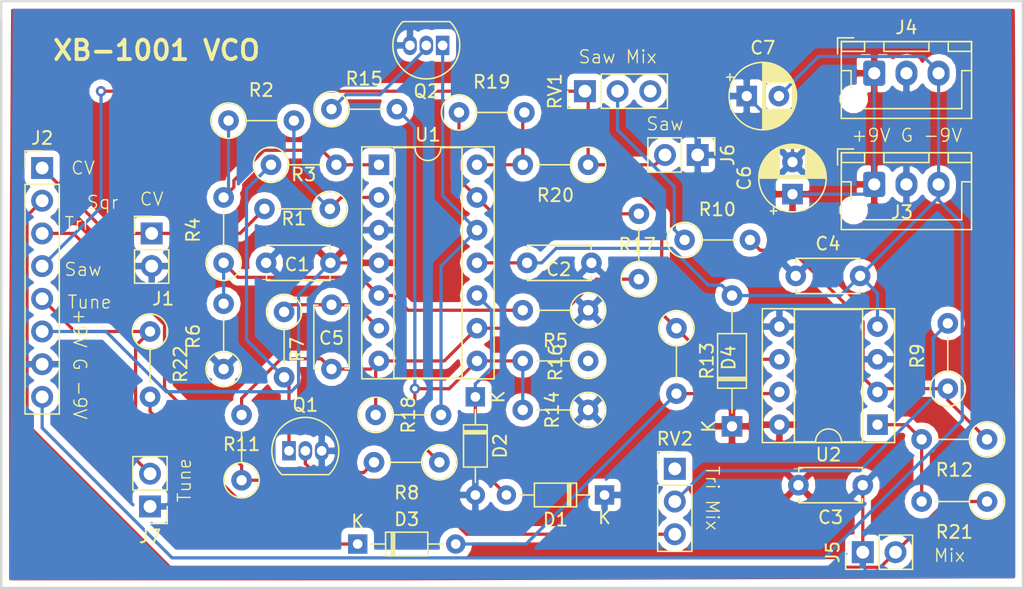
<source format=kicad_pcb>
(kicad_pcb (version 20171130) (host pcbnew "(5.0.1)-rc2")
  (layers (0 F.Cu signal) (31 B.Cu signal) (34 B.Paste user) (35 F.Paste user) (36 B.SilkS user) (37 F.SilkS user) (38 B.Mask user) (39 F.Mask user) (44 Edge.Cuts user))
  (net 0 "")
  (net 1 GND)
  (net 2 +9V)
  (net 3 -9V)
  (net 4 "Net-(C5-Pad1)")
  (net 5 "Net-(C5-Pad2)")
  (net 6 "Net-(D1-Pad2)")
  (net 7 "Net-(D3-Pad2)")
  (net 8 TuneOut)
  (net 9 CV_In)
  (net 10 SubSqrOut)
  (net 11 SubTriOut)
  (net 12 SawOut)
  (net 13 "Net-(Q1-Pad1)")
  (net 14 "Net-(Q1-Pad2)")
  (net 15 "Net-(Q2-Pad2)")
  (net 16 "Net-(Q2-Pad1)")
  (net 17 "Net-(R1-Pad1)")
  (net 18 "Net-(R2-Pad1)")
  (net 19 "Net-(R4-Pad1)")
  (net 20 "Net-(R14-Pad2)")
  (net 21 "Net-(R9-Pad2)")
  (net 22 "Net-(R10-Pad2)")
  (net 23 "Net-(R10-Pad1)")
  (net 24 MixOut)
  (net 25 "Net-(R17-Pad2)")
  (net 26 "Net-(R19-Pad2)")
  (net 27 "Net-(RV1-Pad3)")
  (net 28 "Net-(RV2-Pad1)")
  (net 29 "Net-(R12-Pad2)")
  (net 30 "Net-(D3-Pad1)")
  (module Capacitor_THT:CP_Radial_D5.0mm_P2.50mm (layer F.Cu) (at 164.846 35.306 90)
    (fp_text reference C6 (at 1.25 -3.75 90) (layer F.SilkS))
    (fp_text value CP)
    (pad 2 thru_hole circle (at 2.5 0 90) (size 1.6 1.6) (drill 0.8) (layers *.Cu *.Mask) (net 1 GND))
    (pad 1 thru_hole rect (at 0 0 90) (size 1.6 1.6) (drill 0.8) (layers *.Cu *.Mask) (net 2 +9V))
  )
  (module Capacitor_THT:CP_Radial_D5.0mm_P2.50mm (layer F.Cu) (at 161.29 27.686)
    (fp_text reference C7 (at 1.25 -3.75) (layer F.SilkS))
    (fp_text value CP)
    (pad 1 thru_hole rect (at 0 0) (size 1.6 1.6) (drill 0.8) (layers *.Cu *.Mask) (net 1 GND))
    (pad 2 thru_hole circle (at 2.5 0) (size 1.6 1.6) (drill 0.8) (layers *.Cu *.Mask) (net 3 -9V))
  )
  (module Capacitor_THT:C_Disc_D4.7mm_W2.5mm_P5.00mm (layer F.Cu) (at 123.952 40.64)
    (fp_text reference C1 (at 2.413 0.127) (layer F.SilkS))
    (fp_text value 100nF)
    (pad 1 thru_hole circle (at 0 0) (size 1.6 1.6) (drill 0.8) (layers *.Cu *.Mask) (net 1 GND))
    (pad 2 thru_hole circle (at 5 0) (size 1.6 1.6) (drill 0.8) (layers *.Cu *.Mask) (net 2 +9V))
  )
  (module Capacitor_THT:C_Disc_D4.7mm_W2.5mm_P5.00mm (layer F.Cu) (at 149.225 40.64 180)
    (fp_text reference C2 (at 2.54 -0.508 180) (layer F.SilkS))
    (fp_text value 100nF)
    (pad 2 thru_hole circle (at 5 0 180) (size 1.6 1.6) (drill 0.8) (layers *.Cu *.Mask) (net 3 -9V))
    (pad 1 thru_hole circle (at 0 0 180) (size 1.6 1.6) (drill 0.8) (layers *.Cu *.Mask) (net 1 GND))
  )
  (module Capacitor_THT:C_Disc_D4.7mm_W2.5mm_P5.00mm (layer F.Cu) (at 170.307 57.912 180)
    (fp_text reference C3 (at 2.5 -2.5 180) (layer F.SilkS))
    (fp_text value 100nF)
    (pad 1 thru_hole circle (at 0 0 180) (size 1.6 1.6) (drill 0.8) (layers *.Cu *.Mask) (net 1 GND))
    (pad 2 thru_hole circle (at 5 0 180) (size 1.6 1.6) (drill 0.8) (layers *.Cu *.Mask) (net 2 +9V))
  )
  (module Capacitor_THT:C_Disc_D4.7mm_W2.5mm_P5.00mm (layer F.Cu) (at 165.1 41.656)
    (fp_text reference C4 (at 2.5 -2.5) (layer F.SilkS))
    (fp_text value 100nF)
    (pad 2 thru_hole circle (at 5 0) (size 1.6 1.6) (drill 0.8) (layers *.Cu *.Mask) (net 3 -9V))
    (pad 1 thru_hole circle (at 0 0) (size 1.6 1.6) (drill 0.8) (layers *.Cu *.Mask) (net 1 GND))
  )
  (module Capacitor_THT:C_Disc_D4.7mm_W2.5mm_P5.00mm (layer F.Cu) (at 129.032 48.895 90)
    (fp_text reference C5 (at 2.413 0 180) (layer F.SilkS))
    (fp_text value 47nF)
    (pad 1 thru_hole circle (at 0 0 90) (size 1.6 1.6) (drill 0.8) (layers *.Cu *.Mask) (net 4 "Net-(C5-Pad1)"))
    (pad 2 thru_hole circle (at 5 0 90) (size 1.6 1.6) (drill 0.8) (layers *.Cu *.Mask) (net 5 "Net-(C5-Pad2)"))
  )
  (module Connector_JST:JST_XH_B03B-XH-AM_1x03_P2.50mm_Vertical (layer F.Cu) (at 171.196 25.908)
    (fp_text reference J4 (at 2.5 -3.55) (layer F.SilkS))
    (fp_text value "Power B")
    (pad "" np_thru_hole circle (at -1.6 2) (size 1.2 1.2) (drill 1.2) (layers *.Cu *.Mask))
    (pad 3 thru_hole oval (at 5 0) (size 1.7 1.95) (drill 0.95) (layers *.Cu *.Mask) (net 3 -9V))
    (pad 2 thru_hole oval (at 2.5 0) (size 1.7 1.95) (drill 0.95) (layers *.Cu *.Mask) (net 1 GND))
    (pad 1 thru_hole roundrect (at 0 0) (size 1.7 1.95) (drill 0.95) (layers *.Cu *.Mask) (roundrect_rratio 0.147059) (net 2 +9V))
  )
  (module Connector_JST:JST_XH_B03B-XH-AM_1x03_P2.50mm_Vertical (layer F.Cu) (at 171.196 34.544)
    (fp_text reference J3 (at 2.159 2.159) (layer F.SilkS))
    (fp_text value "Power A")
    (pad 1 thru_hole roundrect (at 0 0) (size 1.7 1.95) (drill 0.95) (layers *.Cu *.Mask) (roundrect_rratio 0.147059) (net 2 +9V))
    (pad 2 thru_hole oval (at 2.5 0) (size 1.7 1.95) (drill 0.95) (layers *.Cu *.Mask) (net 1 GND))
    (pad 3 thru_hole oval (at 5 0) (size 1.7 1.95) (drill 0.95) (layers *.Cu *.Mask) (net 3 -9V))
    (pad "" np_thru_hole circle (at -1.6 2) (size 1.2 1.2) (drill 1.2) (layers *.Cu *.Mask))
  )
  (module Connector_PinHeader_2.54mm:PinHeader_1x02_P2.54mm_Vertical (layer F.Cu) (at 115.062 38.354)
    (fp_text reference J1 (at 0.889 5.08) (layer F.SilkS))
    (fp_text value "CV Input")
    (pad 2 thru_hole oval (at 0 2.54) (size 1.7 1.7) (drill 1) (layers *.Cu *.Mask) (net 1 GND))
    (pad 1 thru_hole rect (at 0 0) (size 1.7 1.7) (drill 1) (layers *.Cu *.Mask) (net 9 CV_In))
  )
  (module Connector_PinHeader_2.54mm:PinHeader_1x02_P2.54mm_Vertical (layer F.Cu) (at 170.307 63.119 90)
    (fp_text reference J5 (at 0 -2.33 90) (layer F.SilkS))
    (fp_text value "Mix Out")
    (pad 1 thru_hole rect (at 0 0 90) (size 1.7 1.7) (drill 1) (layers *.Cu *.Mask) (net 1 GND))
    (pad 2 thru_hole oval (at 0 2.54 90) (size 1.7 1.7) (drill 1) (layers *.Cu *.Mask) (net 24 MixOut))
  )
  (module Connector_PinHeader_2.54mm:PinHeader_1x02_P2.54mm_Vertical (layer F.Cu) (at 157.48 32.258 270)
    (fp_text reference J6 (at 0 -2.33 270) (layer F.SilkS))
    (fp_text value "Saw Out")
    (pad 2 thru_hole oval (at 0 2.54 270) (size 1.7 1.7) (drill 1) (layers *.Cu *.Mask) (net 12 SawOut))
    (pad 1 thru_hole rect (at 0 0 270) (size 1.7 1.7) (drill 1) (layers *.Cu *.Mask) (net 1 GND))
  )
  (module Connector_PinHeader_2.54mm:PinHeader_1x02_P2.54mm_Vertical (layer F.Cu) (at 114.935 59.563 180)
    (fp_text reference J7 (at 0 -2.33 180) (layer F.SilkS))
    (fp_text value "Tune Out")
    (pad 1 thru_hole rect (at 0 0 180) (size 1.7 1.7) (drill 1) (layers *.Cu *.Mask) (net 1 GND))
    (pad 2 thru_hole oval (at 0 2.54 180) (size 1.7 1.7) (drill 1) (layers *.Cu *.Mask) (net 8 TuneOut))
  )
  (module Connector_PinHeader_2.54mm:PinHeader_1x03_P2.54mm_Vertical (layer F.Cu) (at 148.717 27.305 90)
    (fp_text reference RV1 (at 0 -2.33 90) (layer F.SilkS))
    (fp_text value 100K)
    (pad 3 thru_hole oval (at 0 5.08 90) (size 1.7 1.7) (drill 1) (layers *.Cu *.Mask) (net 27 "Net-(RV1-Pad3)"))
    (pad 2 thru_hole oval (at 0 2.54 90) (size 1.7 1.7) (drill 1) (layers *.Cu *.Mask) (net 23 "Net-(R10-Pad1)"))
    (pad 1 thru_hole rect (at 0 0 90) (size 1.7 1.7) (drill 1) (layers *.Cu *.Mask) (net 12 SawOut))
  )
  (module Connector_PinHeader_2.54mm:PinHeader_1x03_P2.54mm_Vertical (layer F.Cu) (at 155.702 56.642)
    (fp_text reference RV2 (at 0 -2.33) (layer F.SilkS))
    (fp_text value 100K)
    (pad 1 thru_hole rect (at 0 0) (size 1.7 1.7) (drill 1) (layers *.Cu *.Mask) (net 28 "Net-(RV2-Pad1)"))
    (pad 2 thru_hole oval (at 0 2.54) (size 1.7 1.7) (drill 1) (layers *.Cu *.Mask) (net 21 "Net-(R9-Pad2)"))
    (pad 3 thru_hole oval (at 0 5.08) (size 1.7 1.7) (drill 1) (layers *.Cu *.Mask) (net 11 SubTriOut))
  )
  (module Connector_PinHeader_2.54mm:PinHeader_1x08_P2.54mm_Vertical (layer F.Cu) (at 106.553 33.274)
    (fp_text reference J2 (at 0 -2.33) (layer F.SilkS))
    (fp_text value "Test Points")
    (pad 1 thru_hole rect (at 0 0) (size 1.7 1.7) (drill 1) (layers *.Cu *.Mask) (net 9 CV_In))
    (pad 2 thru_hole oval (at 0 2.54) (size 1.7 1.7) (drill 1) (layers *.Cu *.Mask) (net 24 MixOut))
    (pad 3 thru_hole oval (at 0 5.08) (size 1.7 1.7) (drill 1) (layers *.Cu *.Mask) (net 11 SubTriOut))
    (pad 4 thru_hole oval (at 0 7.62) (size 1.7 1.7) (drill 1) (layers *.Cu *.Mask) (net 12 SawOut))
    (pad 5 thru_hole oval (at 0 10.16) (size 1.7 1.7) (drill 1) (layers *.Cu *.Mask) (net 8 TuneOut))
    (pad 6 thru_hole oval (at 0 12.7) (size 1.7 1.7) (drill 1) (layers *.Cu *.Mask) (net 2 +9V))
    (pad 7 thru_hole oval (at 0 15.24) (size 1.7 1.7) (drill 1) (layers *.Cu *.Mask) (net 1 GND))
    (pad 8 thru_hole oval (at 0 17.78) (size 1.7 1.7) (drill 1) (layers *.Cu *.Mask) (net 3 -9V))
  )
  (module Diode_THT:D_DO-34_SOD68_P7.62mm_Horizontal (layer F.Cu) (at 131.064 62.484)
    (fp_text reference D3 (at 3.81 -1.92) (layer F.SilkS))
    (fp_text value 1N4148)
    (fp_text user K (at 0 -1.75) (layer F.SilkS))
    (pad 1 thru_hole rect (at 0 0) (size 1.5 1.5) (drill 0.75) (layers *.Cu *.Mask) (net 30 "Net-(D3-Pad1)"))
    (pad 2 thru_hole oval (at 7.62 0) (size 1.5 1.5) (drill 0.75) (layers *.Cu *.Mask) (net 7 "Net-(D3-Pad2)"))
  )
  (module Diode_THT:D_DO-34_SOD68_P7.62mm_Horizontal (layer F.Cu) (at 140.208 51.054 270)
    (fp_text reference D2 (at 3.81 -1.92 270) (layer F.SilkS))
    (fp_text value 1N4148)
    (fp_text user K (at 0 -1.75 270) (layer F.SilkS))
    (pad 2 thru_hole oval (at 7.62 0 270) (size 1.5 1.5) (drill 0.75) (layers *.Cu *.Mask) (net 1 GND))
    (pad 1 thru_hole rect (at 0 0 270) (size 1.5 1.5) (drill 0.75) (layers *.Cu *.Mask) (net 6 "Net-(D1-Pad2)"))
  )
  (module Diode_THT:D_DO-34_SOD68_P7.62mm_Horizontal (layer F.Cu) (at 150.241 58.674 180)
    (fp_text reference D1 (at 3.81 -1.92 180) (layer F.SilkS))
    (fp_text value 1N4148)
    (fp_text user K (at 0 -1.75 180) (layer F.SilkS))
    (pad 1 thru_hole rect (at 0 0 180) (size 1.5 1.5) (drill 0.75) (layers *.Cu *.Mask) (net 1 GND))
    (pad 2 thru_hole oval (at 7.62 0 180) (size 1.5 1.5) (drill 0.75) (layers *.Cu *.Mask) (net 6 "Net-(D1-Pad2)"))
  )
  (module Diode_THT:D_DO-35_SOD27_P10.16mm_Horizontal (layer F.Cu) (at 160.147 53.34 90)
    (fp_text reference D4 (at 5.334 -0.254 90) (layer F.SilkS))
    (fp_text value 1N4001)
    (fp_text user K (at 0 -1.8 90) (layer F.SilkS))
    (pad 1 thru_hole rect (at 0 0 90) (size 1.6 1.6) (drill 0.8) (layers *.Cu *.Mask) (net 2 +9V))
    (pad 2 thru_hole oval (at 10.16 0 90) (size 1.6 1.6) (drill 0.8) (layers *.Cu *.Mask) (net 3 -9V))
  )
  (module Package_DIP:DIP-14_W7.62mm_Socket (layer F.Cu) (at 132.715 33.02)
    (fp_text reference U1 (at 3.81 -2.33) (layer F.SilkS))
    (fp_text value LM324)
    (pad 1 thru_hole rect (at 0 0) (size 1.6 1.6) (drill 0.8) (layers *.Cu *.Mask) (net 18 "Net-(R2-Pad1)"))
    (pad 8 thru_hole oval (at 7.62 15.24) (size 1.6 1.6) (drill 0.8) (layers *.Cu *.Mask) (net 20 "Net-(R14-Pad2)"))
    (pad 2 thru_hole oval (at 0 2.54) (size 1.6 1.6) (drill 0.8) (layers *.Cu *.Mask) (net 17 "Net-(R1-Pad1)"))
    (pad 9 thru_hole oval (at 7.62 12.7) (size 1.6 1.6) (drill 0.8) (layers *.Cu *.Mask) (net 4 "Net-(C5-Pad1)"))
    (pad 3 thru_hole oval (at 0 5.08) (size 1.6 1.6) (drill 0.8) (layers *.Cu *.Mask) (net 1 GND))
    (pad 10 thru_hole oval (at 7.62 10.16) (size 1.6 1.6) (drill 0.8) (layers *.Cu *.Mask) (net 6 "Net-(D1-Pad2)"))
    (pad 4 thru_hole oval (at 0 7.62) (size 1.6 1.6) (drill 0.8) (layers *.Cu *.Mask) (net 2 +9V))
    (pad 11 thru_hole oval (at 7.62 7.62) (size 1.6 1.6) (drill 0.8) (layers *.Cu *.Mask) (net 3 -9V))
    (pad 5 thru_hole oval (at 0 10.16) (size 1.6 1.6) (drill 0.8) (layers *.Cu *.Mask) (net 19 "Net-(R4-Pad1)"))
    (pad 12 thru_hole oval (at 7.62 5.08) (size 1.6 1.6) (drill 0.8) (layers *.Cu *.Mask) (net 16 "Net-(Q2-Pad1)"))
    (pad 6 thru_hole oval (at 0 12.7) (size 1.6 1.6) (drill 0.8) (layers *.Cu *.Mask) (net 5 "Net-(C5-Pad2)"))
    (pad 13 thru_hole oval (at 7.62 2.54) (size 1.6 1.6) (drill 0.8) (layers *.Cu *.Mask) (net 25 "Net-(R17-Pad2)"))
    (pad 7 thru_hole oval (at 0 15.24) (size 1.6 1.6) (drill 0.8) (layers *.Cu *.Mask) (net 4 "Net-(C5-Pad1)"))
    (pad 14 thru_hole oval (at 7.62 0) (size 1.6 1.6) (drill 0.8) (layers *.Cu *.Mask) (net 26 "Net-(R19-Pad2)"))
  )
  (module Package_DIP:DIP-8_W7.62mm_Socket (layer F.Cu) (at 171.45 53.213 180)
    (fp_text reference U2 (at 3.81 -2.33 180) (layer F.SilkS))
    (fp_text value TL072)
    (pad 1 thru_hole rect (at 0 0 180) (size 1.6 1.6) (drill 0.8) (layers *.Cu *.Mask) (net 29 "Net-(R12-Pad2)"))
    (pad 5 thru_hole oval (at 7.62 7.62 180) (size 1.6 1.6) (drill 0.8) (layers *.Cu *.Mask) (net 1 GND))
    (pad 2 thru_hole oval (at 0 2.54 180) (size 1.6 1.6) (drill 0.8) (layers *.Cu *.Mask) (net 22 "Net-(R10-Pad2)"))
    (pad 6 thru_hole oval (at 7.62 5.08 180) (size 1.6 1.6) (drill 0.8) (layers *.Cu *.Mask) (net 12 SawOut))
    (pad 3 thru_hole oval (at 0 5.08 180) (size 1.6 1.6) (drill 0.8) (layers *.Cu *.Mask) (net 1 GND))
    (pad 7 thru_hole oval (at 7.62 2.54 180) (size 1.6 1.6) (drill 0.8) (layers *.Cu *.Mask) (net 7 "Net-(D3-Pad2)"))
    (pad 4 thru_hole oval (at 0 7.62 180) (size 1.6 1.6) (drill 0.8) (layers *.Cu *.Mask) (net 3 -9V))
    (pad 8 thru_hole oval (at 7.62 0 180) (size 1.6 1.6) (drill 0.8) (layers *.Cu *.Mask) (net 2 +9V))
  )
  (module Package_TO_SOT_THT:TO-92_Inline (layer F.Cu) (at 137.668 23.749 180)
    (fp_text reference Q2 (at 1.27 -3.56 180) (layer F.SilkS))
    (fp_text value BC549)
    (pad 1 thru_hole rect (at 0 0 180) (size 1.05 1.5) (drill 0.75) (layers *.Cu *.Mask) (net 16 "Net-(Q2-Pad1)"))
    (pad 3 thru_hole oval (at 2.54 0 180) (size 1.05 1.5) (drill 0.75) (layers *.Cu *.Mask) (net 1 GND))
    (pad 2 thru_hole oval (at 1.27 0 180) (size 1.05 1.5) (drill 0.75) (layers *.Cu *.Mask) (net 15 "Net-(Q2-Pad2)"))
  )
  (module Package_TO_SOT_THT:TO-92_Inline (layer F.Cu) (at 125.73 55.245)
    (fp_text reference Q1 (at 1.27 -3.56) (layer F.SilkS))
    (fp_text value BC559)
    (pad 2 thru_hole oval (at 1.27 0) (size 1.05 1.5) (drill 0.75) (layers *.Cu *.Mask) (net 14 "Net-(Q1-Pad2)"))
    (pad 3 thru_hole oval (at 2.54 0) (size 1.05 1.5) (drill 0.75) (layers *.Cu *.Mask) (net 1 GND))
    (pad 1 thru_hole rect (at 0 0) (size 1.05 1.5) (drill 0.75) (layers *.Cu *.Mask) (net 13 "Net-(Q1-Pad1)"))
  )
  (module Resistor_THT:R_Axial_DIN0207_L6.3mm_D2.5mm_P5.08mm_Vertical (layer F.Cu) (at 122.047 57.531 90)
    (fp_text reference R11 (at 2.794 0 180) (layer F.SilkS))
    (fp_text value 1K)
    (pad 2 thru_hole oval (at 5.08 0 90) (size 1.6 1.6) (drill 0.8) (layers *.Cu *.Mask) (net 4 "Net-(C5-Pad1)"))
    (pad 1 thru_hole circle (at 0 0 90) (size 1.6 1.6) (drill 0.8) (layers *.Cu *.Mask) (net 11 SubTriOut))
  )
  (module Resistor_THT:R_Axial_DIN0207_L6.3mm_D2.5mm_P5.08mm_Vertical (layer F.Cu) (at 114.935 45.974 270)
    (fp_text reference R22 (at 2.54 -2.37 270) (layer F.SilkS))
    (fp_text value 1K)
    (pad 1 thru_hole circle (at 0 0 270) (size 1.6 1.6) (drill 0.8) (layers *.Cu *.Mask) (net 8 TuneOut))
    (pad 2 thru_hole oval (at 5.08 0 270) (size 1.6 1.6) (drill 0.8) (layers *.Cu *.Mask) (net 30 "Net-(D3-Pad1)"))
  )
  (module Resistor_THT:R_Axial_DIN0207_L6.3mm_D2.5mm_P5.08mm_Vertical (layer F.Cu) (at 179.959 59.182 180)
    (fp_text reference R21 (at 2.54 -2.37 180) (layer F.SilkS))
    (fp_text value 1K)
    (pad 2 thru_hole oval (at 5.08 0 180) (size 1.6 1.6) (drill 0.8) (layers *.Cu *.Mask) (net 29 "Net-(R12-Pad2)"))
    (pad 1 thru_hole circle (at 0 0 180) (size 1.6 1.6) (drill 0.8) (layers *.Cu *.Mask) (net 24 MixOut))
  )
  (module Resistor_THT:R_Axial_DIN0207_L6.3mm_D2.5mm_P5.08mm_Vertical (layer F.Cu) (at 148.971 33.02 180)
    (fp_text reference R20 (at 2.54 -2.37 180) (layer F.SilkS))
    (fp_text value 1K)
    (pad 1 thru_hole circle (at 0 0 180) (size 1.6 1.6) (drill 0.8) (layers *.Cu *.Mask) (net 12 SawOut))
    (pad 2 thru_hole oval (at 5.08 0 180) (size 1.6 1.6) (drill 0.8) (layers *.Cu *.Mask) (net 26 "Net-(R19-Pad2)"))
  )
  (module Resistor_THT:R_Axial_DIN0207_L6.3mm_D2.5mm_P5.08mm_Vertical (layer F.Cu) (at 138.938 28.956)
    (fp_text reference R19 (at 2.54 -2.37) (layer F.SilkS))
    (fp_text value 100K)
    (pad 2 thru_hole oval (at 5.08 0) (size 1.6 1.6) (drill 0.8) (layers *.Cu *.Mask) (net 26 "Net-(R19-Pad2)"))
    (pad 1 thru_hole circle (at 0 0) (size 1.6 1.6) (drill 0.8) (layers *.Cu *.Mask) (net 25 "Net-(R17-Pad2)"))
  )
  (module Resistor_THT:R_Axial_DIN0207_L6.3mm_D2.5mm_P5.08mm_Vertical (layer F.Cu) (at 132.461 52.451)
    (fp_text reference R18 (at 2.54 0 90) (layer F.SilkS))
    (fp_text value 100K)
    (pad 1 thru_hole circle (at 0 0) (size 1.6 1.6) (drill 0.8) (layers *.Cu *.Mask) (net 4 "Net-(C5-Pad1)"))
    (pad 2 thru_hole oval (at 5.08 0) (size 1.6 1.6) (drill 0.8) (layers *.Cu *.Mask) (net 16 "Net-(Q2-Pad1)"))
  )
  (module Resistor_THT:R_Axial_DIN0207_L6.3mm_D2.5mm_P5.08mm_Vertical (layer F.Cu) (at 152.908 41.91 90)
    (fp_text reference R17 (at 2.667 -0.127 180) (layer F.SilkS))
    (fp_text value 100K)
    (pad 2 thru_hole oval (at 5.08 0 90) (size 1.6 1.6) (drill 0.8) (layers *.Cu *.Mask) (net 25 "Net-(R17-Pad2)"))
    (pad 1 thru_hole circle (at 0 0 90) (size 1.6 1.6) (drill 0.8) (layers *.Cu *.Mask) (net 4 "Net-(C5-Pad1)"))
  )
  (module Resistor_THT:R_Axial_DIN0207_L6.3mm_D2.5mm_P5.08mm_Vertical (layer F.Cu) (at 148.971 48.26 180)
    (fp_text reference R16 (at 2.54 -0.127 270) (layer F.SilkS))
    (fp_text value 1K)
    (pad 1 thru_hole circle (at 0 0 180) (size 1.6 1.6) (drill 0.8) (layers *.Cu *.Mask) (net 10 SubSqrOut))
    (pad 2 thru_hole oval (at 5.08 0 180) (size 1.6 1.6) (drill 0.8) (layers *.Cu *.Mask) (net 20 "Net-(R14-Pad2)"))
  )
  (module Resistor_THT:R_Axial_DIN0207_L6.3mm_D2.5mm_P5.08mm_Vertical (layer F.Cu) (at 129.032 28.702)
    (fp_text reference R15 (at 2.54 -2.37) (layer F.SilkS))
    (fp_text value 22K)
    (pad 2 thru_hole oval (at 5.08 0) (size 1.6 1.6) (drill 0.8) (layers *.Cu *.Mask) (net 20 "Net-(R14-Pad2)"))
    (pad 1 thru_hole circle (at 0 0) (size 1.6 1.6) (drill 0.8) (layers *.Cu *.Mask) (net 15 "Net-(Q2-Pad2)"))
  )
  (module Resistor_THT:R_Axial_DIN0207_L6.3mm_D2.5mm_P5.08mm_Vertical (layer F.Cu) (at 148.971 52.07 180)
    (fp_text reference R14 (at 2.794 0 270) (layer F.SilkS))
    (fp_text value 100K)
    (pad 1 thru_hole circle (at 0 0 180) (size 1.6 1.6) (drill 0.8) (layers *.Cu *.Mask) (net 1 GND))
    (pad 2 thru_hole oval (at 5.08 0 180) (size 1.6 1.6) (drill 0.8) (layers *.Cu *.Mask) (net 20 "Net-(R14-Pad2)"))
  )
  (module Resistor_THT:R_Axial_DIN0207_L6.3mm_D2.5mm_P5.08mm_Vertical (layer F.Cu) (at 156.464 38.862)
    (fp_text reference R10 (at 2.54 -2.37) (layer F.SilkS))
    (fp_text value 10K)
    (pad 2 thru_hole oval (at 5.08 0) (size 1.6 1.6) (drill 0.8) (layers *.Cu *.Mask) (net 22 "Net-(R10-Pad2)"))
    (pad 1 thru_hole circle (at 0 0) (size 1.6 1.6) (drill 0.8) (layers *.Cu *.Mask) (net 23 "Net-(R10-Pad1)"))
  )
  (module Resistor_THT:R_Axial_DIN0207_L6.3mm_D2.5mm_P5.08mm_Vertical (layer F.Cu) (at 176.911 50.419 90)
    (fp_text reference R9 (at 2.54 -2.37 90) (layer F.SilkS))
    (fp_text value 10K)
    (pad 1 thru_hole circle (at 0 0 90) (size 1.6 1.6) (drill 0.8) (layers *.Cu *.Mask) (net 22 "Net-(R10-Pad2)"))
    (pad 2 thru_hole oval (at 5.08 0 90) (size 1.6 1.6) (drill 0.8) (layers *.Cu *.Mask) (net 21 "Net-(R9-Pad2)"))
  )
  (module Resistor_THT:R_Axial_DIN0207_L6.3mm_D2.5mm_P5.08mm_Vertical (layer F.Cu) (at 137.414 56.134 180)
    (fp_text reference R8 (at 2.54 -2.37 180) (layer F.SilkS))
    (fp_text value 22K)
    (pad 2 thru_hole oval (at 5.08 0 180) (size 1.6 1.6) (drill 0.8) (layers *.Cu *.Mask) (net 14 "Net-(Q1-Pad2)"))
    (pad 1 thru_hole circle (at 0 0 180) (size 1.6 1.6) (drill 0.8) (layers *.Cu *.Mask) (net 20 "Net-(R14-Pad2)"))
  )
  (module Resistor_THT:R_Axial_DIN0207_L6.3mm_D2.5mm_P5.08mm_Vertical (layer F.Cu) (at 125.349 44.45 270)
    (fp_text reference R7 (at 2.921 -1.016 270) (layer F.SilkS))
    (fp_text value 22K)
    (pad 1 thru_hole circle (at 0 0 270) (size 1.6 1.6) (drill 0.8) (layers *.Cu *.Mask) (net 5 "Net-(C5-Pad2)"))
    (pad 2 thru_hole oval (at 5.08 0 270) (size 1.6 1.6) (drill 0.8) (layers *.Cu *.Mask) (net 13 "Net-(Q1-Pad1)"))
  )
  (module Resistor_THT:R_Axial_DIN0207_L6.3mm_D2.5mm_P5.08mm_Vertical (layer F.Cu) (at 120.65 48.895 90)
    (fp_text reference R6 (at 2.54 -2.37 90) (layer F.SilkS))
    (fp_text value 100K)
    (pad 2 thru_hole oval (at 5.08 0 90) (size 1.6 1.6) (drill 0.8) (layers *.Cu *.Mask) (net 19 "Net-(R4-Pad1)"))
    (pad 1 thru_hole circle (at 0 0 90) (size 1.6 1.6) (drill 0.8) (layers *.Cu *.Mask) (net 1 GND))
  )
  (module Resistor_THT:R_Axial_DIN0207_L6.3mm_D2.5mm_P5.08mm_Vertical (layer F.Cu) (at 128.905 36.449 180)
    (fp_text reference R1 (at 2.794 -0.762 180) (layer F.SilkS))
    (fp_text value 47K)
    (pad 1 thru_hole circle (at 0 0 180) (size 1.6 1.6) (drill 0.8) (layers *.Cu *.Mask) (net 17 "Net-(R1-Pad1)"))
    (pad 2 thru_hole oval (at 5.08 0 180) (size 1.6 1.6) (drill 0.8) (layers *.Cu *.Mask) (net 9 CV_In))
  )
  (module Resistor_THT:R_Axial_DIN0207_L6.3mm_D2.5mm_P5.08mm_Vertical (layer F.Cu) (at 121.031 29.591)
    (fp_text reference R2 (at 2.54 -2.37) (layer F.SilkS))
    (fp_text value 47K)
    (pad 2 thru_hole oval (at 5.08 0) (size 1.6 1.6) (drill 0.8) (layers *.Cu *.Mask) (net 17 "Net-(R1-Pad1)"))
    (pad 1 thru_hole circle (at 0 0) (size 1.6 1.6) (drill 0.8) (layers *.Cu *.Mask) (net 18 "Net-(R2-Pad1)"))
  )
  (module Resistor_THT:R_Axial_DIN0207_L6.3mm_D2.5mm_P5.08mm_Vertical (layer F.Cu) (at 124.333 33.02)
    (fp_text reference R3 (at 2.54 0.762) (layer F.SilkS))
    (fp_text value 22K)
    (pad 1 thru_hole circle (at 0 0) (size 1.6 1.6) (drill 0.8) (layers *.Cu *.Mask) (net 13 "Net-(Q1-Pad1)"))
    (pad 2 thru_hole oval (at 5.08 0) (size 1.6 1.6) (drill 0.8) (layers *.Cu *.Mask) (net 18 "Net-(R2-Pad1)"))
  )
  (module Resistor_THT:R_Axial_DIN0207_L6.3mm_D2.5mm_P5.08mm_Vertical (layer F.Cu) (at 120.65 40.64 90)
    (fp_text reference R4 (at 2.54 -2.37 90) (layer F.SilkS))
    (fp_text value 100K)
    (pad 2 thru_hole oval (at 5.08 0 90) (size 1.6 1.6) (drill 0.8) (layers *.Cu *.Mask) (net 18 "Net-(R2-Pad1)"))
    (pad 1 thru_hole circle (at 0 0 90) (size 1.6 1.6) (drill 0.8) (layers *.Cu *.Mask) (net 19 "Net-(R4-Pad1)"))
  )
  (module Resistor_THT:R_Axial_DIN0207_L6.3mm_D2.5mm_P5.08mm_Vertical (layer F.Cu) (at 148.971 44.323 180)
    (fp_text reference R5 (at 2.54 -2.37 180) (layer F.SilkS))
    (fp_text value 100K)
    (pad 1 thru_hole circle (at 0 0 180) (size 1.6 1.6) (drill 0.8) (layers *.Cu *.Mask) (net 1 GND))
    (pad 2 thru_hole oval (at 5.08 0 180) (size 1.6 1.6) (drill 0.8) (layers *.Cu *.Mask) (net 19 "Net-(R4-Pad1)"))
  )
  (module Resistor_THT:R_Axial_DIN0207_L6.3mm_D2.5mm_P5.08mm_Vertical (layer F.Cu) (at 179.959 54.356 180)
    (fp_text reference R12 (at 2.54 -2.37 180) (layer F.SilkS))
    (fp_text value 56K)
    (pad 2 thru_hole oval (at 5.08 0 180) (size 1.6 1.6) (drill 0.8) (layers *.Cu *.Mask) (net 29 "Net-(R12-Pad2)"))
    (pad 1 thru_hole circle (at 0 0 180) (size 1.6 1.6) (drill 0.8) (layers *.Cu *.Mask) (net 22 "Net-(R10-Pad2)"))
  )
  (module Resistor_THT:R_Axial_DIN0207_L6.3mm_D2.5mm_P5.08mm_Vertical (layer F.Cu) (at 155.829 45.72 270)
    (fp_text reference R13 (at 2.54 -2.37 270) (layer F.SilkS))
    (fp_text value 100K)
    (pad 1 thru_hole circle (at 0 0 270) (size 1.6 1.6) (drill 0.8) (layers *.Cu *.Mask) (net 12 SawOut))
    (pad 2 thru_hole oval (at 5.08 0 270) (size 1.6 1.6) (drill 0.8) (layers *.Cu *.Mask) (net 7 "Net-(D3-Pad2)"))
  )
  (gr_text "Tri Mix" (at 158.623 58.928 270) (layer F.SilkS) (effects (font (size 1 1) (thickness 0.1))))
  (gr_text "Saw Mix" (at 151.257 24.638) (layer F.SilkS) (effects (font (size 1 1) (thickness 0.1))))
  (gr_text Saw (at 154.94 29.845) (layer F.SilkS) (effects (font (size 1 1) (thickness 0.1))))
  (gr_text Mix (at 177.038 63.373) (layer F.SilkS) (effects (font (size 1 1) (thickness 0.1))))
  (gr_text Tune (at 117.602 57.531 90) (layer F.SilkS) (effects (font (size 1 1) (thickness 0.1))))
  (gr_text CV (at 115.062 35.687) (layer F.SilkS) (effects (font (size 1 1) (thickness 0.1))))
  (gr_text Saw (at 109.728 41.148) (layer F.SilkS) (effects (font (size 1 1) (thickness 0.1))))
  (gr_text CV (at 109.728 33.274) (layer F.SilkS) (effects (font (size 1 1) (thickness 0.1))))
  (gr_text Sqr (at 111.252 35.941) (layer F.SilkS) (effects (font (size 1 1) (thickness 0.1))))
  (gr_text Tri (at 109.22 37.592) (layer F.SilkS) (effects (font (size 1 1) (thickness 0.1))))
  (gr_text Tune (at 110.236 43.688) (layer F.SilkS) (effects (font (size 1 1) (thickness 0.1))))
  (gr_text "+9V G -9V" (at 109.474 48.514 270) (layer F.SilkS) (effects (font (size 1 1) (thickness 0.1))))
  (gr_text "+9V G -9V" (at 173.736 30.734) (layer F.SilkS) (effects (font (size 1 1) (thickness 0.1))))
  (gr_text "XB-1001 VCO" (at 115.443 24.13) (layer F.SilkS) (effects (font (size 1.5 1.5) (thickness 0.3))))
  (gr_line (start 103.378 21.844) (end 103.378 20.32) (layer Edge.Cuts) (width 0.15))
  (gr_line (start 182.753 20.32) (end 103.378 20.32) (layer Edge.Cuts) (width 0.15))
  (gr_line (start 103.378 65.913) (end 103.378 21.844) (layer Edge.Cuts) (width 0.2))
  (gr_line (start 182.753 65.913) (end 103.378 65.913) (layer Edge.Cuts) (width 0.2))
  (gr_line (start 182.753 20.32) (end 182.753 65.913) (layer Edge.Cuts) (width 0.2))
  (segment (start 173.696 33.319) (end 173.696 25.908) (width 0.25) (layer B.Cu) (net 1))
  (segment (start 173.696 34.544) (end 173.696 33.319) (width 0.25) (layer B.Cu) (net 1))
  (segment (start 164.846 31.242) (end 161.29 27.686) (width 0.25) (layer B.Cu) (net 1))
  (segment (start 164.846 32.806) (end 164.846 31.242) (width 0.25) (layer B.Cu) (net 1))
  (segment (start 170.307 57.912) (end 170.307 63.119) (width 0.25) (layer F.Cu) (net 1))
  (segment (start 130.08337 40.64) (end 132.715 40.64) (width 0.25) (layer F.Cu) (net 2))
  (segment (start 128.952 40.64) (end 130.08337 40.64) (width 0.25) (layer F.Cu) (net 2))
  (segment (start 163.83 56.435) (end 165.307 57.912) (width 0.25) (layer F.Cu) (net 2))
  (segment (start 163.83 53.213) (end 163.83 56.435) (width 0.25) (layer F.Cu) (net 2))
  (segment (start 171.196 26.983) (end 171.196 34.544) (width 0.25) (layer B.Cu) (net 2))
  (segment (start 171.196 25.908) (end 171.196 26.983) (width 0.25) (layer B.Cu) (net 2))
  (segment (start 170.434 35.306) (end 171.196 34.544) (width 0.25) (layer B.Cu) (net 2))
  (segment (start 164.846 35.306) (end 170.434 35.306) (width 0.25) (layer B.Cu) (net 2))
  (segment (start 107.755081 45.974) (end 106.553 45.974) (width 0.25) (layer B.Cu) (net 2))
  (segment (start 111.520002 45.974) (end 107.755081 45.974) (width 0.25) (layer B.Cu) (net 2))
  (segment (start 116.201003 50.655001) (end 111.520002 45.974) (width 0.25) (layer B.Cu) (net 2))
  (segment (start 125.889001 50.655001) (end 116.201003 50.655001) (width 0.25) (layer B.Cu) (net 2))
  (segment (start 126.474001 50.070001) (end 125.889001 50.655001) (width 0.25) (layer B.Cu) (net 2))
  (segment (start 126.474001 43.117999) (end 126.474001 50.070001) (width 0.25) (layer B.Cu) (net 2))
  (segment (start 128.952 40.64) (end 126.474001 43.117999) (width 0.25) (layer B.Cu) (net 2))
  (segment (start 141.46637 40.64) (end 144.225 40.64) (width 0.25) (layer F.Cu) (net 3))
  (segment (start 140.335 40.64) (end 141.46637 40.64) (width 0.25) (layer F.Cu) (net 3))
  (segment (start 176.196 27.133) (end 176.196 34.544) (width 0.25) (layer B.Cu) (net 3))
  (segment (start 176.196 25.908) (end 176.196 27.133) (width 0.25) (layer B.Cu) (net 3))
  (segment (start 176.196 25.783) (end 176.196 25.908) (width 0.25) (layer B.Cu) (net 3))
  (segment (start 175.02099 24.60799) (end 176.196 25.783) (width 0.25) (layer B.Cu) (net 3))
  (segment (start 166.86801 24.60799) (end 175.02099 24.60799) (width 0.25) (layer B.Cu) (net 3))
  (segment (start 163.79 27.686) (end 166.86801 24.60799) (width 0.25) (layer B.Cu) (net 3))
  (segment (start 176.196 35.56) (end 176.196 34.544) (width 0.25) (layer B.Cu) (net 3))
  (segment (start 170.1 41.656) (end 176.196 35.56) (width 0.25) (layer B.Cu) (net 3))
  (segment (start 168.576 43.18) (end 160.147 43.18) (width 0.25) (layer B.Cu) (net 3))
  (segment (start 170.1 41.656) (end 168.576 43.18) (width 0.25) (layer B.Cu) (net 3))
  (segment (start 159.347001 42.380001) (end 160.147 43.18) (width 0.25) (layer B.Cu) (net 3))
  (segment (start 158.316999 42.380001) (end 159.347001 42.380001) (width 0.25) (layer B.Cu) (net 3))
  (segment (start 155.451997 39.514999) (end 158.316999 42.380001) (width 0.25) (layer B.Cu) (net 3))
  (segment (start 146.481371 39.514999) (end 155.451997 39.514999) (width 0.25) (layer B.Cu) (net 3))
  (segment (start 145.35637 40.64) (end 146.481371 39.514999) (width 0.25) (layer B.Cu) (net 3))
  (segment (start 144.225 40.64) (end 145.35637 40.64) (width 0.25) (layer B.Cu) (net 3))
  (segment (start 106.553 52.256081) (end 106.553 51.054) (width 0.25) (layer B.Cu) (net 3))
  (segment (start 106.553 53.466002) (end 106.553 52.256081) (width 0.25) (layer B.Cu) (net 3))
  (segment (start 167.341001 63.559001) (end 116.645999 63.559001) (width 0.25) (layer B.Cu) (net 3))
  (segment (start 178.036001 52.864001) (end 167.341001 63.559001) (width 0.25) (layer B.Cu) (net 3))
  (segment (start 116.645999 63.559001) (end 106.553 53.466002) (width 0.25) (layer B.Cu) (net 3))
  (segment (start 178.036001 37.609001) (end 178.036001 52.864001) (width 0.25) (layer B.Cu) (net 3))
  (segment (start 176.196 35.769) (end 178.036001 37.609001) (width 0.25) (layer B.Cu) (net 3))
  (segment (start 176.196 34.544) (end 176.196 35.769) (width 0.25) (layer B.Cu) (net 3))
  (segment (start 171.45 43.006) (end 170.1 41.656) (width 0.25) (layer B.Cu) (net 3))
  (segment (start 171.45 45.593) (end 171.45 43.006) (width 0.25) (layer B.Cu) (net 3))
  (segment (start 132.08 48.895) (end 132.715 48.26) (width 0.25) (layer F.Cu) (net 4))
  (segment (start 129.032 48.895) (end 132.08 48.895) (width 0.25) (layer F.Cu) (net 4))
  (segment (start 137.795 48.26) (end 140.335 45.72) (width 0.25) (layer F.Cu) (net 4))
  (segment (start 132.715 48.26) (end 137.795 48.26) (width 0.25) (layer F.Cu) (net 4))
  (segment (start 151.77663 41.91) (end 152.908 41.91) (width 0.25) (layer F.Cu) (net 4))
  (segment (start 149.620002 41.91) (end 151.77663 41.91) (width 0.25) (layer F.Cu) (net 4))
  (segment (start 145.810002 45.72) (end 149.620002 41.91) (width 0.25) (layer F.Cu) (net 4))
  (segment (start 140.335 45.72) (end 145.810002 45.72) (width 0.25) (layer F.Cu) (net 4))
  (segment (start 128.232001 48.095001) (end 129.032 48.895) (width 0.25) (layer F.Cu) (net 4))
  (segment (start 125.118997 48.095001) (end 128.232001 48.095001) (width 0.25) (layer F.Cu) (net 4))
  (segment (start 122.047 51.166998) (end 125.118997 48.095001) (width 0.25) (layer F.Cu) (net 4))
  (segment (start 122.047 52.451) (end 122.047 51.166998) (width 0.25) (layer F.Cu) (net 4))
  (segment (start 132.461 48.514) (end 132.715 48.26) (width 0.25) (layer F.Cu) (net 4))
  (segment (start 132.461 52.451) (end 132.461 48.514) (width 0.25) (layer F.Cu) (net 4))
  (segment (start 130.89 43.895) (end 129.032 43.895) (width 0.25) (layer F.Cu) (net 5))
  (segment (start 132.715 45.72) (end 130.89 43.895) (width 0.25) (layer F.Cu) (net 5))
  (segment (start 125.904 43.895) (end 125.349 44.45) (width 0.25) (layer F.Cu) (net 5))
  (segment (start 129.032 43.895) (end 125.904 43.895) (width 0.25) (layer F.Cu) (net 5))
  (segment (start 141.134999 43.979999) (end 140.335 43.18) (width 0.25) (layer B.Cu) (net 6))
  (segment (start 141.460001 44.305001) (end 141.134999 43.979999) (width 0.25) (layer B.Cu) (net 6))
  (segment (start 141.460001 48.801999) (end 141.460001 44.305001) (width 0.25) (layer B.Cu) (net 6))
  (segment (start 140.208 50.054) (end 141.460001 48.801999) (width 0.25) (layer B.Cu) (net 6))
  (segment (start 140.208 51.054) (end 140.208 50.054) (width 0.25) (layer B.Cu) (net 6))
  (segment (start 140.208 56.261) (end 142.621 58.674) (width 0.25) (layer F.Cu) (net 6))
  (segment (start 140.208 51.054) (end 140.208 56.261) (width 0.25) (layer F.Cu) (net 6))
  (segment (start 163.703 50.8) (end 163.83 50.673) (width 0.25) (layer F.Cu) (net 7))
  (segment (start 155.829 50.8) (end 163.703 50.8) (width 0.25) (layer F.Cu) (net 7))
  (segment (start 144.145 62.484) (end 155.829 50.8) (width 0.25) (layer B.Cu) (net 7))
  (segment (start 138.684 62.484) (end 144.145 62.484) (width 0.25) (layer B.Cu) (net 7))
  (segment (start 109.093 45.974) (end 106.553 43.434) (width 0.25) (layer F.Cu) (net 8))
  (segment (start 114.935 45.974) (end 109.093 45.974) (width 0.25) (layer F.Cu) (net 8))
  (segment (start 114.085001 56.173001) (end 114.935 57.023) (width 0.25) (layer F.Cu) (net 8))
  (segment (start 113.809999 55.897999) (end 114.085001 56.173001) (width 0.25) (layer F.Cu) (net 8))
  (segment (start 113.809999 47.099001) (end 113.809999 55.897999) (width 0.25) (layer F.Cu) (net 8))
  (segment (start 114.935 45.974) (end 113.809999 47.099001) (width 0.25) (layer F.Cu) (net 8))
  (segment (start 121.92 38.354) (end 115.062 38.354) (width 0.25) (layer F.Cu) (net 9))
  (segment (start 123.825 36.449) (end 121.92 38.354) (width 0.25) (layer F.Cu) (net 9))
  (segment (start 111.633 38.354) (end 106.553 33.274) (width 0.25) (layer F.Cu) (net 9))
  (segment (start 115.062 38.354) (end 111.633 38.354) (width 0.25) (layer F.Cu) (net 9))
  (segment (start 154.499919 61.722) (end 155.702 61.722) (width 0.25) (layer F.Cu) (net 11))
  (segment (start 139.513002 61.722) (end 154.499919 61.722) (width 0.25) (layer F.Cu) (net 11))
  (segment (start 135.322002 57.531) (end 139.513002 61.722) (width 0.25) (layer F.Cu) (net 11))
  (segment (start 122.047 57.531) (end 135.322002 57.531) (width 0.25) (layer F.Cu) (net 11))
  (segment (start 107.755081 38.354) (end 106.553 38.354) (width 0.25) (layer F.Cu) (net 11))
  (segment (start 108.980002 38.354) (end 107.755081 38.354) (width 0.25) (layer F.Cu) (net 11))
  (segment (start 116.060001 45.433999) (end 108.980002 38.354) (width 0.25) (layer F.Cu) (net 11))
  (segment (start 116.060001 50.412631) (end 116.060001 45.433999) (width 0.25) (layer F.Cu) (net 11))
  (segment (start 122.047 56.39963) (end 116.060001 50.412631) (width 0.25) (layer F.Cu) (net 11))
  (segment (start 122.047 57.531) (end 122.047 56.39963) (width 0.25) (layer F.Cu) (net 11))
  (segment (start 158.242 48.133) (end 163.83 48.133) (width 0.25) (layer F.Cu) (net 12))
  (segment (start 155.829 45.72) (end 158.242 48.133) (width 0.25) (layer F.Cu) (net 12))
  (segment (start 150.10237 33.02) (end 148.971 33.02) (width 0.25) (layer F.Cu) (net 12))
  (segment (start 150.763002 33.02) (end 150.10237 33.02) (width 0.25) (layer F.Cu) (net 12))
  (segment (start 154.686 36.942998) (end 150.763002 33.02) (width 0.25) (layer F.Cu) (net 12))
  (segment (start 154.686 44.577) (end 154.686 36.942998) (width 0.25) (layer F.Cu) (net 12))
  (segment (start 155.829 45.72) (end 154.686 44.577) (width 0.25) (layer F.Cu) (net 12))
  (segment (start 148.971 27.559) (end 148.717 27.305) (width 0.25) (layer F.Cu) (net 12))
  (segment (start 148.971 33.02) (end 148.971 27.559) (width 0.25) (layer F.Cu) (net 12))
  (segment (start 154.178 33.02) (end 154.94 32.258) (width 0.25) (layer F.Cu) (net 12))
  (segment (start 148.971 33.02) (end 154.178 33.02) (width 0.25) (layer F.Cu) (net 12))
  (segment (start 148.717 27.305) (end 111.125 27.305) (width 0.25) (layer F.Cu) (net 12))
  (segment (start 111.125 27.305) (end 111.125 27.305) (width 0.25) (layer F.Cu) (net 12))
  (via (at 111.125 27.305) (size 0.8) (drill 0.4) (layers F.Cu B.Cu) (net 12))
  (segment (start 111.125 36.322) (end 106.553 40.894) (width 0.25) (layer B.Cu) (net 12))
  (segment (start 111.125 27.305) (end 111.125 36.322) (width 0.25) (layer B.Cu) (net 12))
  (segment (start 125.73 49.911) (end 125.349 49.53) (width 0.25) (layer F.Cu) (net 13))
  (segment (start 125.73 55.245) (end 125.73 49.911) (width 0.25) (layer F.Cu) (net 13))
  (segment (start 123.533001 33.819999) (end 124.333 33.02) (width 0.25) (layer B.Cu) (net 13))
  (segment (start 122.428 34.925) (end 123.533001 33.819999) (width 0.25) (layer B.Cu) (net 13))
  (segment (start 122.428 46.609) (end 122.428 34.925) (width 0.25) (layer B.Cu) (net 13))
  (segment (start 125.349 49.53) (end 122.428 46.609) (width 0.25) (layer B.Cu) (net 13))
  (segment (start 131.534001 56.933999) (end 132.334 56.134) (width 0.25) (layer F.Cu) (net 14))
  (segment (start 127.688999 56.933999) (end 131.534001 56.933999) (width 0.25) (layer F.Cu) (net 14))
  (segment (start 127 56.245) (end 127.688999 56.933999) (width 0.25) (layer F.Cu) (net 14))
  (segment (start 127 55.245) (end 127 56.245) (width 0.25) (layer F.Cu) (net 14))
  (segment (start 136.398 23.974) (end 136.398 23.749) (width 0.25) (layer B.Cu) (net 15))
  (segment (start 132.795001 27.576999) (end 136.398 23.974) (width 0.25) (layer B.Cu) (net 15))
  (segment (start 130.157001 27.576999) (end 132.795001 27.576999) (width 0.25) (layer B.Cu) (net 15))
  (segment (start 129.032 28.702) (end 130.157001 27.576999) (width 0.25) (layer B.Cu) (net 15))
  (segment (start 137.541 40.894) (end 140.335 38.1) (width 0.25) (layer B.Cu) (net 16))
  (segment (start 137.541 52.451) (end 137.541 40.894) (width 0.25) (layer B.Cu) (net 16))
  (segment (start 137.668 35.433) (end 140.335 38.1) (width 0.25) (layer B.Cu) (net 16))
  (segment (start 137.668 23.749) (end 137.668 35.433) (width 0.25) (layer B.Cu) (net 16))
  (segment (start 129.794 35.56) (end 128.905 36.449) (width 0.25) (layer F.Cu) (net 17))
  (segment (start 132.715 35.56) (end 129.794 35.56) (width 0.25) (layer F.Cu) (net 17))
  (segment (start 126.111 33.655) (end 128.905 36.449) (width 0.25) (layer B.Cu) (net 17))
  (segment (start 126.111 29.591) (end 126.111 33.655) (width 0.25) (layer B.Cu) (net 17))
  (segment (start 130.54437 33.02) (end 132.715 33.02) (width 0.25) (layer F.Cu) (net 18))
  (segment (start 129.413 33.02) (end 130.54437 33.02) (width 0.25) (layer F.Cu) (net 18))
  (segment (start 128.613001 32.220001) (end 129.413 33.02) (width 0.25) (layer F.Cu) (net 18))
  (segment (start 128.287999 31.894999) (end 128.613001 32.220001) (width 0.25) (layer F.Cu) (net 18))
  (segment (start 123.792999 31.894999) (end 128.287999 31.894999) (width 0.25) (layer F.Cu) (net 18))
  (segment (start 121.449999 34.237999) (end 123.792999 31.894999) (width 0.25) (layer F.Cu) (net 18))
  (segment (start 121.449999 34.760001) (end 121.449999 34.237999) (width 0.25) (layer F.Cu) (net 18))
  (segment (start 120.65 35.56) (end 121.449999 34.760001) (width 0.25) (layer F.Cu) (net 18))
  (segment (start 121.031 35.179) (end 120.65 35.56) (width 0.25) (layer B.Cu) (net 18))
  (segment (start 121.031 29.591) (end 121.031 35.179) (width 0.25) (layer B.Cu) (net 18))
  (segment (start 131.915001 42.380001) (end 132.715 43.18) (width 0.25) (layer F.Cu) (net 19))
  (segment (start 131.300001 41.765001) (end 131.915001 42.380001) (width 0.25) (layer F.Cu) (net 19))
  (segment (start 121.775001 41.765001) (end 131.300001 41.765001) (width 0.25) (layer F.Cu) (net 19))
  (segment (start 120.65 40.64) (end 121.775001 41.765001) (width 0.25) (layer F.Cu) (net 19))
  (segment (start 142.75963 44.323) (end 143.891 44.323) (width 0.25) (layer F.Cu) (net 19))
  (segment (start 134.98937 44.323) (end 142.75963 44.323) (width 0.25) (layer F.Cu) (net 19))
  (segment (start 133.84637 43.18) (end 134.98937 44.323) (width 0.25) (layer F.Cu) (net 19))
  (segment (start 132.715 43.18) (end 133.84637 43.18) (width 0.25) (layer F.Cu) (net 19))
  (segment (start 120.65 43.815) (end 120.65 40.64) (width 0.25) (layer B.Cu) (net 19))
  (segment (start 141.46637 48.26) (end 143.891 48.26) (width 0.25) (layer F.Cu) (net 20))
  (segment (start 140.335 48.26) (end 141.46637 48.26) (width 0.25) (layer F.Cu) (net 20))
  (segment (start 135.491001 30.081001) (end 135.491001 43.416001) (width 0.25) (layer B.Cu) (net 20))
  (segment (start 134.112 28.702) (end 135.491001 30.081001) (width 0.25) (layer B.Cu) (net 20))
  (via (at 135.509 50.419) (size 0.8) (drill 0.4) (layers F.Cu B.Cu) (net 20))
  (segment (start 135.491001 54.211001) (end 137.414 56.134) (width 0.25) (layer F.Cu) (net 20))
  (segment (start 143.891 50.93863) (end 143.891 48.26) (width 0.25) (layer B.Cu) (net 20))
  (segment (start 143.891 52.07) (end 143.891 50.93863) (width 0.25) (layer B.Cu) (net 20))
  (segment (start 135.509 43.434) (end 135.509 50.419) (width 0.25) (layer B.Cu) (net 20))
  (segment (start 135.491001 43.416001) (end 135.509 43.434) (width 0.25) (layer B.Cu) (net 20))
  (segment (start 135.509 54.193002) (end 135.509 50.419) (width 0.25) (layer F.Cu) (net 20))
  (segment (start 135.491001 54.211001) (end 135.509 54.193002) (width 0.25) (layer F.Cu) (net 20))
  (segment (start 138.176 50.419) (end 140.335 48.26) (width 0.25) (layer F.Cu) (net 20))
  (segment (start 135.509 50.419) (end 138.176 50.419) (width 0.25) (layer F.Cu) (net 20))
  (segment (start 156.551999 58.332001) (end 155.702 59.182) (width 0.25) (layer B.Cu) (net 21))
  (segment (start 158.097001 56.786999) (end 156.551999 58.332001) (width 0.25) (layer B.Cu) (net 21))
  (segment (start 170.061003 56.786999) (end 158.097001 56.786999) (width 0.25) (layer B.Cu) (net 21))
  (segment (start 175.785999 51.062003) (end 170.061003 56.786999) (width 0.25) (layer B.Cu) (net 21))
  (segment (start 175.785999 46.464001) (end 175.785999 51.062003) (width 0.25) (layer B.Cu) (net 21))
  (segment (start 176.911 45.339) (end 175.785999 46.464001) (width 0.25) (layer B.Cu) (net 21))
  (segment (start 171.704 50.419) (end 171.45 50.673) (width 0.25) (layer F.Cu) (net 22))
  (segment (start 176.911 50.419) (end 171.704 50.419) (width 0.25) (layer F.Cu) (net 22))
  (segment (start 176.911 51.308) (end 176.911 50.419) (width 0.25) (layer F.Cu) (net 22))
  (segment (start 179.959 54.356) (end 176.911 51.308) (width 0.25) (layer F.Cu) (net 22))
  (segment (start 170.650001 49.873001) (end 171.45 50.673) (width 0.25) (layer F.Cu) (net 22))
  (segment (start 170.324999 49.547999) (end 170.650001 49.873001) (width 0.25) (layer F.Cu) (net 22))
  (segment (start 170.324999 45.215997) (end 170.324999 49.547999) (width 0.25) (layer F.Cu) (net 22))
  (segment (start 164.771001 39.661999) (end 170.324999 45.215997) (width 0.25) (layer F.Cu) (net 22))
  (segment (start 162.343999 39.661999) (end 164.771001 39.661999) (width 0.25) (layer F.Cu) (net 22))
  (segment (start 161.544 38.862) (end 162.343999 39.661999) (width 0.25) (layer F.Cu) (net 22))
  (segment (start 151.257 28.507081) (end 151.257 27.305) (width 0.25) (layer B.Cu) (net 23))
  (segment (start 151.257 30.314002) (end 151.257 28.507081) (width 0.25) (layer B.Cu) (net 23))
  (segment (start 155.664001 34.721003) (end 151.257 30.314002) (width 0.25) (layer B.Cu) (net 23))
  (segment (start 155.664001 38.062001) (end 155.664001 34.721003) (width 0.25) (layer B.Cu) (net 23))
  (segment (start 156.464 38.862) (end 155.664001 38.062001) (width 0.25) (layer B.Cu) (net 23))
  (segment (start 176.784 59.182) (end 179.959 59.182) (width 0.25) (layer F.Cu) (net 24))
  (segment (start 172.847 63.119) (end 176.784 59.182) (width 0.25) (layer F.Cu) (net 24))
  (segment (start 105.703001 36.663999) (end 106.553 35.814) (width 0.25) (layer F.Cu) (net 24))
  (segment (start 105.377999 36.989001) (end 105.703001 36.663999) (width 0.25) (layer F.Cu) (net 24))
  (segment (start 105.377999 53.180999) (end 105.377999 36.989001) (width 0.25) (layer F.Cu) (net 24))
  (segment (start 116.491001 64.294001) (end 105.377999 53.180999) (width 0.25) (layer F.Cu) (net 24))
  (segment (start 171.671999 64.294001) (end 116.491001 64.294001) (width 0.25) (layer F.Cu) (net 24))
  (segment (start 172.847 63.119) (end 171.671999 64.294001) (width 0.25) (layer F.Cu) (net 24))
  (segment (start 141.605 36.83) (end 152.908 36.83) (width 0.25) (layer F.Cu) (net 25))
  (segment (start 140.335 35.56) (end 141.605 36.83) (width 0.25) (layer F.Cu) (net 25))
  (segment (start 138.938 34.163) (end 140.335 35.56) (width 0.25) (layer F.Cu) (net 25))
  (segment (start 138.938 28.956) (end 138.938 34.163) (width 0.25) (layer F.Cu) (net 25))
  (segment (start 140.335 33.02) (end 143.891 33.02) (width 0.25) (layer F.Cu) (net 26))
  (segment (start 143.891 29.083) (end 144.018 28.956) (width 0.25) (layer F.Cu) (net 26))
  (segment (start 143.891 33.02) (end 143.891 29.083) (width 0.25) (layer F.Cu) (net 26))
  (segment (start 173.736 53.213) (end 174.879 54.356) (width 0.25) (layer F.Cu) (net 29))
  (segment (start 171.45 53.213) (end 173.736 53.213) (width 0.25) (layer F.Cu) (net 29))
  (segment (start 174.879 58.05063) (end 174.879 54.356) (width 0.25) (layer F.Cu) (net 29))
  (segment (start 174.879 59.182) (end 174.879 58.05063) (width 0.25) (layer F.Cu) (net 29))
  (segment (start 114.935 52.18537) (end 114.935 51.054) (width 0.25) (layer F.Cu) (net 30))
  (segment (start 125.23363 62.484) (end 114.935 52.18537) (width 0.25) (layer F.Cu) (net 30))
  (segment (start 131.064 62.484) (end 125.23363 62.484) (width 0.25) (layer F.Cu) (net 30))
  (zone (net 2) (net_name +9V) (layer F.Cu) (connect_pads (clearance 0.508)) (min_thickness 0.254) (fill yes (arc_segments 16) (thermal_gap 0.508) (thermal_bridge_width 0.508))
    (polygon (pts (xy 104.14 20.574) (xy 182.118 20.574) (xy 182.372 65.151) (xy 103.886 65.405)))
  )
  (zone (net 1) (net_name GND) (layer B.Cu) (connect_pads (clearance 0.508)) (min_thickness 0.254) (fill yes (arc_segments 16) (thermal_gap 0.508) (thermal_bridge_width 0.508))
    (polygon (pts (xy 104.267 20.828) (xy 104.013 65.278) (xy 182.245 65.151) (xy 181.864 20.828)))
  )
)
</source>
